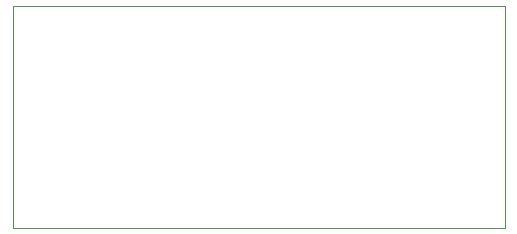
<source format=gbr>
%TF.GenerationSoftware,KiCad,Pcbnew,8.0.8-8.0.8-0~ubuntu20.04.1*%
%TF.CreationDate,2025-02-12T12:26:51+07:00*%
%TF.ProjectId,MUX-ADG706,4d55582d-4144-4473-9730-362e6b696361,rev?*%
%TF.SameCoordinates,Original*%
%TF.FileFunction,Profile,NP*%
%FSLAX46Y46*%
G04 Gerber Fmt 4.6, Leading zero omitted, Abs format (unit mm)*
G04 Created by KiCad (PCBNEW 8.0.8-8.0.8-0~ubuntu20.04.1) date 2025-02-12 12:26:51*
%MOMM*%
%LPD*%
G01*
G04 APERTURE LIST*
%TA.AperFunction,Profile*%
%ADD10C,0.050000*%
%TD*%
G04 APERTURE END LIST*
D10*
X90170000Y-91694000D02*
X131826000Y-91694000D01*
X131826000Y-110490000D01*
X90170000Y-110490000D01*
X90170000Y-91694000D01*
M02*

</source>
